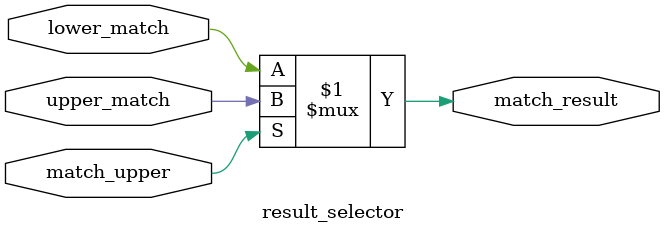
<source format=sv>
module partial_pattern_matcher #(
    parameter W = 16,
    parameter SLICE = 8
)(
    input [W-1:0] data, pattern,
    input match_upper, // Control to select which half to match
    output match_result
);
    // Internal signals for connecting submodules
    wire upper_match, lower_match;
    
    // Instantiate upper half matcher
    slice_matcher #(
        .SLICE(SLICE)
    ) upper_half_matcher (
        .slice_data(data[W-1:W-SLICE]),
        .slice_pattern(pattern[W-1:W-SLICE]),
        .match_out(upper_match)
    );
    
    // Instantiate lower half matcher
    slice_matcher #(
        .SLICE(SLICE)
    ) lower_half_matcher (
        .slice_data(data[SLICE-1:0]),
        .slice_pattern(pattern[SLICE-1:0]),
        .match_out(lower_match)
    );
    
    // Instantiate result selector
    result_selector result_mux (
        .upper_match(upper_match),
        .lower_match(lower_match),
        .match_upper(match_upper),
        .match_result(match_result)
    );
endmodule

// Submodule for matching a slice of data against a pattern
module slice_matcher #(
    parameter SLICE = 8
)(
    input [SLICE-1:0] slice_data,
    input [SLICE-1:0] slice_pattern,
    output match_out
);
    wire [SLICE-1:0] diff;
    wire [SLICE:0] borrow;
    
    // Initial borrow is 0
    assign borrow[0] = 1'b0;
    
    // Conditional sum subtraction logic
    conditional_subtractor #(
        .WIDTH(SLICE)
    ) subtractor_inst (
        .minuend(slice_data),
        .subtrahend(slice_pattern),
        .difference(diff),
        .borrow_chain(borrow)
    );
    
    // Match if all differences are zero
    comparator #(
        .WIDTH(SLICE)
    ) zero_compare (
        .data(diff),
        .zero_pattern({SLICE{1'b0}}),
        .equal(match_out)
    );
endmodule

// Specialized module for conditional subtraction
module conditional_subtractor #(
    parameter WIDTH = 8
)(
    input [WIDTH-1:0] minuend,
    input [WIDTH-1:0] subtrahend,
    output [WIDTH-1:0] difference,
    output [WIDTH:0] borrow_chain
);
    // Calculation is done bit by bit with borrow propagation
    genvar i;
    generate
        for (i = 0; i < WIDTH; i = i + 1) begin : gen_subtractor
            assign difference[i] = minuend[i] ^ subtrahend[i] ^ borrow_chain[i];
            assign borrow_chain[i+1] = (~minuend[i] & subtrahend[i]) | 
                                       (borrow_chain[i] & (~(minuend[i] ^ subtrahend[i])));
        end
    endgenerate
endmodule

// Comparator module to check if input matches a pattern
module comparator #(
    parameter WIDTH = 8
)(
    input [WIDTH-1:0] data,
    input [WIDTH-1:0] zero_pattern,
    output equal
);
    assign equal = (data == zero_pattern);
endmodule

// Simple result selector based on control signal
module result_selector (
    input upper_match,
    input lower_match,
    input match_upper,
    output match_result
);
    // Select which result to output based on match_upper control
    assign match_result = match_upper ? upper_match : lower_match;
endmodule
</source>
